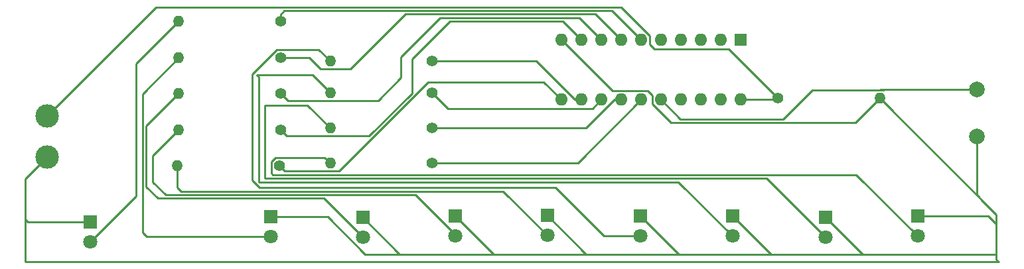
<source format=gtl>
%TF.GenerationSoftware,KiCad,Pcbnew,5.1.9+dfsg1-1*%
%TF.CreationDate,2021-09-18T19:11:01-05:00*%
%TF.ProjectId,larson_scanner,6c617273-6f6e-45f7-9363-616e6e65722e,rev?*%
%TF.SameCoordinates,Original*%
%TF.FileFunction,Copper,L1,Top*%
%TF.FilePolarity,Positive*%
%FSLAX46Y46*%
G04 Gerber Fmt 4.6, Leading zero omitted, Abs format (unit mm)*
G04 Created by KiCad (PCBNEW 5.1.9+dfsg1-1) date 2021-09-18 19:11:01*
%MOMM*%
%LPD*%
G01*
G04 APERTURE LIST*
%TA.AperFunction,ComponentPad*%
%ADD10C,3.000000*%
%TD*%
%TA.AperFunction,ComponentPad*%
%ADD11C,1.800000*%
%TD*%
%TA.AperFunction,ComponentPad*%
%ADD12R,1.800000X1.800000*%
%TD*%
%TA.AperFunction,ComponentPad*%
%ADD13C,1.400000*%
%TD*%
%TA.AperFunction,ComponentPad*%
%ADD14O,1.400000X1.400000*%
%TD*%
%TA.AperFunction,ComponentPad*%
%ADD15C,2.000000*%
%TD*%
%TA.AperFunction,ComponentPad*%
%ADD16O,1.600000X1.600000*%
%TD*%
%TA.AperFunction,ComponentPad*%
%ADD17R,1.600000X1.600000*%
%TD*%
%TA.AperFunction,Conductor*%
%ADD18C,0.250000*%
%TD*%
G04 APERTURE END LIST*
D10*
%TO.P,REF\u002A\u002A,2*%
%TO.N,GND*%
X93645560Y-87825420D03*
%TO.P,REF\u002A\u002A,1*%
%TO.N,VCC*%
X93620160Y-82514280D03*
%TD*%
D11*
%TO.P,D4,2*%
%TO.N,Net-(D4-Pad2)*%
X145710000Y-97890000D03*
D12*
%TO.P,D4,1*%
%TO.N,GND*%
X145710000Y-95350000D03*
%TD*%
D13*
%TO.P,R1,1*%
%TO.N,Net-(R1-Pad1)*%
X123430000Y-70400000D03*
D14*
%TO.P,R1,2*%
%TO.N,Net-(D1-Pad2)*%
X110430000Y-70400000D03*
%TD*%
D15*
%TO.P,SW1,2*%
%TO.N,GND*%
X212260000Y-85170000D03*
%TO.P,SW1,1*%
%TO.N,Net-(SW1-Pad1)*%
X212260000Y-79170000D03*
%TD*%
D16*
%TO.P,U1,20*%
%TO.N,VCC*%
X182110000Y-80460000D03*
%TO.P,U1,10*%
%TO.N,GND*%
X159250000Y-72840000D03*
%TO.P,U1,19*%
%TO.N,N/C*%
X179570000Y-80460000D03*
%TO.P,U1,9*%
%TO.N,Net-(R4-Pad1)*%
X161790000Y-72840000D03*
%TO.P,U1,18*%
%TO.N,N/C*%
X177030000Y-80460000D03*
%TO.P,U1,8*%
%TO.N,Net-(R3-Pad1)*%
X164330000Y-72840000D03*
%TO.P,U1,17*%
%TO.N,N/C*%
X174490000Y-80460000D03*
%TO.P,U1,7*%
%TO.N,Net-(R2-Pad1)*%
X166870000Y-72840000D03*
%TO.P,U1,16*%
%TO.N,Net-(SW1-Pad1)*%
X171950000Y-80460000D03*
%TO.P,U1,6*%
%TO.N,Net-(R1-Pad1)*%
X169410000Y-72840000D03*
%TO.P,U1,15*%
%TO.N,Net-(R9-Pad1)*%
X169410000Y-80460000D03*
%TO.P,U1,5*%
%TO.N,N/C*%
X171950000Y-72840000D03*
%TO.P,U1,14*%
%TO.N,Net-(R8-Pad1)*%
X166870000Y-80460000D03*
%TO.P,U1,4*%
%TO.N,N/C*%
X174490000Y-72840000D03*
%TO.P,U1,13*%
%TO.N,Net-(R7-Pad1)*%
X164330000Y-80460000D03*
%TO.P,U1,3*%
%TO.N,N/C*%
X177030000Y-72840000D03*
%TO.P,U1,12*%
%TO.N,Net-(R6-Pad1)*%
X161790000Y-80460000D03*
%TO.P,U1,2*%
%TO.N,N/C*%
X179570000Y-72840000D03*
%TO.P,U1,11*%
%TO.N,Net-(R5-Pad1)*%
X159250000Y-80460000D03*
D17*
%TO.P,U1,1*%
%TO.N,N/C*%
X182110000Y-72840000D03*
%TD*%
D13*
%TO.P,R9,1*%
%TO.N,Net-(R9-Pad1)*%
X142750000Y-88550000D03*
D14*
%TO.P,R9,2*%
%TO.N,Net-(D9-Pad2)*%
X129750000Y-88550000D03*
%TD*%
D13*
%TO.P,R8,1*%
%TO.N,Net-(R8-Pad1)*%
X142750000Y-84100000D03*
D14*
%TO.P,R8,2*%
%TO.N,Net-(D8-Pad2)*%
X129750000Y-84100000D03*
%TD*%
D13*
%TO.P,R7,1*%
%TO.N,Net-(R7-Pad1)*%
X142750000Y-79550000D03*
D14*
%TO.P,R7,2*%
%TO.N,Net-(D7-Pad2)*%
X129750000Y-79550000D03*
%TD*%
D13*
%TO.P,R6,1*%
%TO.N,Net-(R6-Pad1)*%
X142750000Y-75550000D03*
D14*
%TO.P,R6,2*%
%TO.N,Net-(D6-Pad2)*%
X129750000Y-75550000D03*
%TD*%
D13*
%TO.P,R5,1*%
%TO.N,Net-(R5-Pad1)*%
X123250000Y-88880000D03*
D14*
%TO.P,R5,2*%
%TO.N,Net-(D5-Pad2)*%
X110250000Y-88880000D03*
%TD*%
D13*
%TO.P,R4,1*%
%TO.N,Net-(R4-Pad1)*%
X123430000Y-84340000D03*
D14*
%TO.P,R4,2*%
%TO.N,Net-(D4-Pad2)*%
X110430000Y-84340000D03*
%TD*%
D13*
%TO.P,R3,1*%
%TO.N,Net-(R3-Pad1)*%
X123430000Y-79660000D03*
D14*
%TO.P,R3,2*%
%TO.N,Net-(D3-Pad2)*%
X110430000Y-79660000D03*
%TD*%
D13*
%TO.P,R2,1*%
%TO.N,Net-(R2-Pad1)*%
X123430000Y-75120000D03*
D14*
%TO.P,R2,2*%
%TO.N,Net-(D2-Pad2)*%
X110430000Y-75120000D03*
%TD*%
D11*
%TO.P,D9,2*%
%TO.N,Net-(D9-Pad2)*%
X204710000Y-97890000D03*
D12*
%TO.P,D9,1*%
%TO.N,GND*%
X204710000Y-95350000D03*
%TD*%
D11*
%TO.P,D8,2*%
%TO.N,Net-(D8-Pad2)*%
X192980000Y-98060000D03*
D12*
%TO.P,D8,1*%
%TO.N,GND*%
X192980000Y-95520000D03*
%TD*%
D11*
%TO.P,D7,2*%
%TO.N,Net-(D7-Pad2)*%
X181080000Y-97890000D03*
D12*
%TO.P,D7,1*%
%TO.N,GND*%
X181080000Y-95350000D03*
%TD*%
D11*
%TO.P,D6,2*%
%TO.N,Net-(D6-Pad2)*%
X169340000Y-97890000D03*
D12*
%TO.P,D6,1*%
%TO.N,GND*%
X169340000Y-95350000D03*
%TD*%
D11*
%TO.P,D5,2*%
%TO.N,Net-(D5-Pad2)*%
X157440000Y-97800000D03*
D12*
%TO.P,D5,1*%
%TO.N,GND*%
X157440000Y-95260000D03*
%TD*%
D11*
%TO.P,D3,2*%
%TO.N,Net-(D3-Pad2)*%
X133890000Y-98060000D03*
D12*
%TO.P,D3,1*%
%TO.N,GND*%
X133890000Y-95520000D03*
%TD*%
D11*
%TO.P,D2,2*%
%TO.N,Net-(D2-Pad2)*%
X122150000Y-97970000D03*
D12*
%TO.P,D2,1*%
%TO.N,GND*%
X122150000Y-95430000D03*
%TD*%
D11*
%TO.P,D1,2*%
%TO.N,Net-(D1-Pad2)*%
X99100000Y-98640000D03*
D12*
%TO.P,D1,1*%
%TO.N,GND*%
X99100000Y-96100000D03*
%TD*%
D13*
%TO.P,C1,1*%
%TO.N,VCC*%
X186870000Y-80270000D03*
D14*
%TO.P,C1,2*%
%TO.N,GND*%
X199870000Y-80270000D03*
%TD*%
D18*
%TO.N,VCC*%
X186680000Y-80460000D02*
X186870000Y-80270000D01*
X182110000Y-80460000D02*
X186680000Y-80460000D01*
X107484450Y-68649990D02*
X93620160Y-82514280D01*
X166884992Y-68649990D02*
X107484450Y-68649990D01*
X171120001Y-73965001D02*
X170535001Y-73380001D01*
X170535001Y-72299999D02*
X166884992Y-68649990D01*
X170535001Y-73380001D02*
X170535001Y-72299999D01*
X180565001Y-73965001D02*
X171120001Y-73965001D01*
X186870000Y-80270000D02*
X180565001Y-73965001D01*
%TO.N,GND*%
X93645560Y-87825420D02*
X92694580Y-87825420D01*
X90850000Y-90620980D02*
X93645560Y-87825420D01*
X214999990Y-101159990D02*
X90850000Y-101159990D01*
X214730000Y-100890000D02*
X214999990Y-101159990D01*
X199870000Y-80270000D02*
X214730000Y-95130000D01*
X170824999Y-81000001D02*
X173205008Y-83380010D01*
X170824999Y-79919999D02*
X170824999Y-81000001D01*
X170239999Y-79334999D02*
X170824999Y-79919999D01*
X173205008Y-83380010D02*
X196759990Y-83380010D01*
X165744999Y-79334999D02*
X170239999Y-79334999D01*
X196759990Y-83380010D02*
X199870000Y-80270000D01*
X159250000Y-72840000D02*
X165744999Y-79334999D01*
X212260000Y-92660000D02*
X214730000Y-95130000D01*
X212260000Y-85170000D02*
X212260000Y-92660000D01*
X192980000Y-95520000D02*
X197690000Y-100230000D01*
X214730000Y-100230000D02*
X214730000Y-100890000D01*
X181080000Y-95350000D02*
X185960000Y-100230000D01*
X200960000Y-100230000D02*
X214730000Y-100230000D01*
X197690000Y-100230000D02*
X200960000Y-100230000D01*
X186560000Y-100230000D02*
X200960000Y-100230000D01*
X169340000Y-95350000D02*
X174220000Y-100230000D01*
X185960000Y-100230000D02*
X186560000Y-100230000D01*
X157440000Y-95260000D02*
X162410000Y-100230000D01*
X174450000Y-100230000D02*
X186560000Y-100230000D01*
X174220000Y-100230000D02*
X174450000Y-100230000D01*
X145710000Y-95350000D02*
X150590000Y-100230000D01*
X162840000Y-100230000D02*
X174450000Y-100230000D01*
X162410000Y-100230000D02*
X162840000Y-100230000D01*
X133890000Y-95520000D02*
X138600000Y-100230000D01*
X151910000Y-100230000D02*
X162840000Y-100230000D01*
X150590000Y-100230000D02*
X151910000Y-100230000D01*
X129410000Y-95430000D02*
X134210000Y-100230000D01*
X134210000Y-100230000D02*
X141430000Y-100230000D01*
X122150000Y-95430000D02*
X129410000Y-95430000D01*
X141430000Y-100230000D02*
X151910000Y-100230000D01*
X138600000Y-100230000D02*
X141430000Y-100230000D01*
X90850000Y-95780000D02*
X90850000Y-90620980D01*
X91170000Y-96100000D02*
X90850000Y-95780000D01*
X99100000Y-96100000D02*
X91170000Y-96100000D01*
X90850000Y-101159990D02*
X90850000Y-95780000D01*
X213700000Y-95350000D02*
X214730000Y-96380000D01*
X204710000Y-95350000D02*
X213700000Y-95350000D01*
X214730000Y-96380000D02*
X214730000Y-100230000D01*
X214730000Y-95130000D02*
X214730000Y-96380000D01*
%TO.N,Net-(D1-Pad2)*%
X110430000Y-70400000D02*
X104960000Y-75870000D01*
X104960000Y-92780000D02*
X99100000Y-98640000D01*
X104960000Y-75870000D02*
X104960000Y-92780000D01*
%TO.N,Net-(D2-Pad2)*%
X110430000Y-75120000D02*
X105800000Y-79750000D01*
X105800000Y-79750000D02*
X105800000Y-97450000D01*
X106320000Y-97970000D02*
X122150000Y-97970000D01*
X105800000Y-97450000D02*
X106320000Y-97970000D01*
%TO.N,Net-(D3-Pad2)*%
X110430000Y-79660000D02*
X106280000Y-83810000D01*
X106280000Y-83810000D02*
X106280000Y-91580000D01*
X106280000Y-91580000D02*
X107780000Y-93080000D01*
X128910000Y-93080000D02*
X133890000Y-98060000D01*
X107780000Y-93080000D02*
X128910000Y-93080000D01*
%TO.N,Net-(D4-Pad2)*%
X110430000Y-84340000D02*
X107120000Y-87650000D01*
X107120000Y-87650000D02*
X107120000Y-90980000D01*
X107120000Y-90980000D02*
X108769990Y-92629990D01*
X145710000Y-97735002D02*
X145710000Y-97890000D01*
X140604988Y-92629990D02*
X145710000Y-97735002D01*
X108769990Y-92629990D02*
X140604988Y-92629990D01*
%TO.N,Net-(D5-Pad2)*%
X110250000Y-88880000D02*
X110250000Y-91660000D01*
X151819980Y-92179980D02*
X157440000Y-97800000D01*
X110769980Y-92179980D02*
X151819980Y-92179980D01*
X110250000Y-91660000D02*
X110769980Y-92179980D01*
%TO.N,Net-(D6-Pad2)*%
X122937999Y-74094999D02*
X119790000Y-77242998D01*
X128294999Y-74094999D02*
X122937999Y-74094999D01*
X129750000Y-75550000D02*
X128294999Y-74094999D01*
X119790000Y-90760000D02*
X120759970Y-91729970D01*
X119790000Y-77242998D02*
X119790000Y-90760000D01*
X120759970Y-91729970D02*
X158509970Y-91729970D01*
X164670000Y-97890000D02*
X169340000Y-97890000D01*
X158509970Y-91729970D02*
X164670000Y-97890000D01*
%TO.N,Net-(D7-Pad2)*%
X129750000Y-79550000D02*
X127530000Y-77330000D01*
X127530000Y-77330000D02*
X120339408Y-77330000D01*
X120640000Y-77630592D02*
X120640000Y-90973590D01*
X120339408Y-77330000D02*
X120640000Y-77630592D01*
X174163590Y-90973590D02*
X181080000Y-97890000D01*
X169086410Y-90973590D02*
X174163590Y-90973590D01*
X120640000Y-90973590D02*
X169086410Y-90973590D01*
X169086410Y-90973590D02*
X169583590Y-90973590D01*
%TO.N,Net-(D8-Pad2)*%
X129750000Y-84100000D02*
X126820000Y-81170000D01*
X126820000Y-81170000D02*
X121380000Y-81170000D01*
X121380000Y-81170000D02*
X121380000Y-90490000D01*
X185410000Y-90490000D02*
X192980000Y-98060000D01*
X121380000Y-90490000D02*
X185410000Y-90490000D01*
%TO.N,Net-(D9-Pad2)*%
X196859990Y-90039990D02*
X204710000Y-97890000D01*
X122419990Y-90039990D02*
X196859990Y-90039990D01*
X122224999Y-89844999D02*
X122419990Y-90039990D01*
X122224999Y-88387999D02*
X122224999Y-89844999D01*
X122762997Y-87850001D02*
X122224999Y-88387999D01*
X129050001Y-87850001D02*
X122762997Y-87850001D01*
X129750000Y-88550000D02*
X129050001Y-87850001D01*
%TO.N,Net-(R1-Pad1)*%
X123430000Y-70400000D02*
X123430000Y-69560000D01*
X123430000Y-69560000D02*
X123890000Y-69100000D01*
X165670000Y-69100000D02*
X169410000Y-72840000D01*
X123890000Y-69100000D02*
X165670000Y-69100000D01*
%TO.N,Net-(R2-Pad1)*%
X123430000Y-75120000D02*
X127050000Y-75120000D01*
X132354999Y-76575001D02*
X139379990Y-69550010D01*
X128505001Y-76575001D02*
X132354999Y-76575001D01*
X127050000Y-75120000D02*
X128505001Y-76575001D01*
X163580010Y-69550010D02*
X166870000Y-72840000D01*
X139379990Y-69550010D02*
X163580010Y-69550010D01*
%TO.N,Net-(R3-Pad1)*%
X124345001Y-80575001D02*
X135874999Y-80575001D01*
X123430000Y-79660000D02*
X124345001Y-80575001D01*
X135874999Y-80575001D02*
X138780000Y-77670000D01*
X138780000Y-74990000D02*
X143769980Y-70000020D01*
X138780000Y-77670000D02*
X138780000Y-74990000D01*
X161490020Y-70000020D02*
X164330000Y-72840000D01*
X143769980Y-70000020D02*
X161490020Y-70000020D01*
%TO.N,Net-(R4-Pad1)*%
X144979970Y-70450030D02*
X159400030Y-70450030D01*
X159400030Y-70450030D02*
X161790000Y-72840000D01*
X140170000Y-75260000D02*
X144979970Y-70450030D01*
X140170000Y-79647002D02*
X140170000Y-75260000D01*
X134692001Y-85125001D02*
X140170000Y-79647002D01*
X124215001Y-85125001D02*
X134692001Y-85125001D01*
X123430000Y-84340000D02*
X124215001Y-85125001D01*
%TO.N,Net-(R5-Pad1)*%
X156990000Y-78200000D02*
X159250000Y-80460000D01*
X142253412Y-78200000D02*
X156990000Y-78200000D01*
X130873413Y-89579999D02*
X142253412Y-78200000D01*
X123949999Y-89579999D02*
X130873413Y-89579999D01*
X123250000Y-88880000D02*
X123949999Y-89579999D01*
%TO.N,Net-(R6-Pad1)*%
X160915002Y-80460000D02*
X161790000Y-80460000D01*
X156005002Y-75550000D02*
X160915002Y-80460000D01*
X142750000Y-75550000D02*
X156005002Y-75550000D01*
%TO.N,Net-(R7-Pad1)*%
X163204999Y-81585001D02*
X164330000Y-80460000D01*
X144785001Y-81585001D02*
X163204999Y-81585001D01*
X142750000Y-79550000D02*
X144785001Y-81585001D01*
%TO.N,Net-(R8-Pad1)*%
X165995002Y-80460000D02*
X166870000Y-80460000D01*
X162355002Y-84100000D02*
X165995002Y-80460000D01*
X142750000Y-84100000D02*
X162355002Y-84100000D01*
%TO.N,Net-(R9-Pad1)*%
X161320000Y-88550000D02*
X169410000Y-80460000D01*
X142750000Y-88550000D02*
X161320000Y-88550000D01*
%TO.N,Net-(SW1-Pad1)*%
X191245001Y-79244999D02*
X187560000Y-82930000D01*
X174420000Y-82930000D02*
X171950000Y-80460000D01*
X187560000Y-82930000D02*
X174420000Y-82930000D01*
X199980000Y-79170000D02*
X199905001Y-79244999D01*
X212260000Y-79170000D02*
X199980000Y-79170000D01*
X199905001Y-79244999D02*
X191245001Y-79244999D01*
X200362001Y-79244999D02*
X199905001Y-79244999D01*
%TD*%
M02*

</source>
